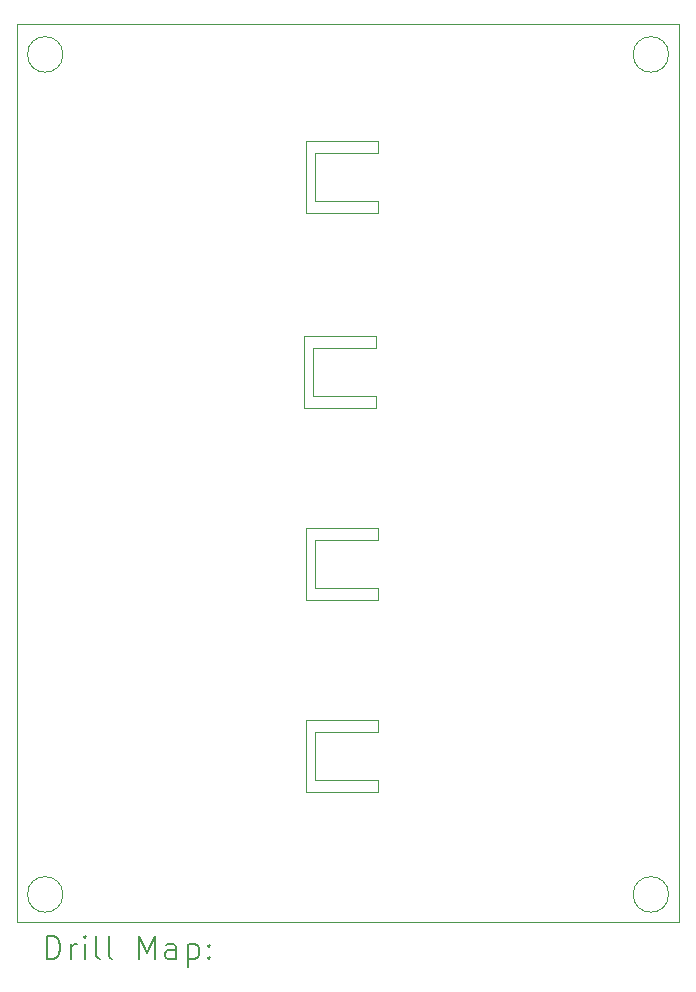
<source format=gbr>
%TF.GenerationSoftware,KiCad,Pcbnew,(6.0.7)*%
%TF.CreationDate,2023-01-17T21:26:49+03:00*%
%TF.ProjectId,4ChannelRelayModule,34436861-6e6e-4656-9c52-656c61794d6f,rev?*%
%TF.SameCoordinates,Original*%
%TF.FileFunction,Drillmap*%
%TF.FilePolarity,Positive*%
%FSLAX45Y45*%
G04 Gerber Fmt 4.5, Leading zero omitted, Abs format (unit mm)*
G04 Created by KiCad (PCBNEW (6.0.7)) date 2023-01-17 21:26:49*
%MOMM*%
%LPD*%
G01*
G04 APERTURE LIST*
%ADD10C,0.100000*%
%ADD11C,0.200000*%
G04 APERTURE END LIST*
D10*
X13093700Y-7994800D02*
X12560300Y-7994800D01*
X13106400Y-10839600D02*
X13106400Y-10738000D01*
X12484100Y-8096400D02*
X13093700Y-8096400D01*
X15652400Y-12445200D02*
X15652400Y-4845200D01*
X12560300Y-7994800D02*
X12560300Y-7588400D01*
X12573000Y-11246000D02*
X12573000Y-10839600D01*
X12496800Y-9722000D02*
X13106400Y-9722000D01*
X12496800Y-5835800D02*
X12496800Y-6445400D01*
X13106400Y-5835800D02*
X12496800Y-5835800D01*
X12560300Y-7588400D02*
X13093700Y-7588400D01*
X13106400Y-9722000D02*
X13106400Y-9620400D01*
X13093700Y-7486800D02*
X12484100Y-7486800D01*
X15652400Y-12445200D02*
X10052400Y-12445200D01*
X13106400Y-9620400D02*
X12573000Y-9620400D01*
X10439400Y-5099200D02*
G75*
G03*
X10439400Y-5099200I-150000J0D01*
G01*
X12496800Y-10738000D02*
X12496800Y-11347600D01*
X12573000Y-9214000D02*
X13106400Y-9214000D01*
X13106400Y-6445400D02*
X13106400Y-6343800D01*
X12573000Y-9620400D02*
X12573000Y-9214000D01*
X10052400Y-4845200D02*
X15652400Y-4845200D01*
X13106400Y-9112400D02*
X12496800Y-9112400D01*
X13106400Y-5937400D02*
X13106400Y-5835800D01*
X12573000Y-5937400D02*
X13106400Y-5937400D01*
X10052400Y-4845200D02*
X10052400Y-12445200D01*
X13093700Y-8096400D02*
X13093700Y-7994800D01*
X13106400Y-11246000D02*
X12573000Y-11246000D01*
X13106400Y-6343800D02*
X12573000Y-6343800D01*
X13106400Y-10738000D02*
X12496800Y-10738000D01*
X13106400Y-11347600D02*
X13106400Y-11246000D01*
X15567800Y-12211200D02*
G75*
G03*
X15567800Y-12211200I-150000J0D01*
G01*
X12496800Y-11347600D02*
X13106400Y-11347600D01*
X12496800Y-9112400D02*
X12496800Y-9722000D01*
X15567800Y-5099200D02*
G75*
G03*
X15567800Y-5099200I-150000J0D01*
G01*
X12573000Y-10839600D02*
X13106400Y-10839600D01*
X13093700Y-7588400D02*
X13093700Y-7486800D01*
X12573000Y-6343800D02*
X12573000Y-5937400D01*
X13106400Y-9214000D02*
X13106400Y-9112400D01*
X12496800Y-6445400D02*
X13106400Y-6445400D01*
X10439400Y-12211200D02*
G75*
G03*
X10439400Y-12211200I-150000J0D01*
G01*
X12484100Y-7486800D02*
X12484100Y-8096400D01*
D11*
X10305019Y-12760676D02*
X10305019Y-12560676D01*
X10352638Y-12560676D01*
X10381210Y-12570200D01*
X10400257Y-12589248D01*
X10409781Y-12608295D01*
X10419305Y-12646390D01*
X10419305Y-12674962D01*
X10409781Y-12713057D01*
X10400257Y-12732105D01*
X10381210Y-12751152D01*
X10352638Y-12760676D01*
X10305019Y-12760676D01*
X10505019Y-12760676D02*
X10505019Y-12627343D01*
X10505019Y-12665438D02*
X10514543Y-12646390D01*
X10524067Y-12636867D01*
X10543114Y-12627343D01*
X10562162Y-12627343D01*
X10628829Y-12760676D02*
X10628829Y-12627343D01*
X10628829Y-12560676D02*
X10619305Y-12570200D01*
X10628829Y-12579724D01*
X10638352Y-12570200D01*
X10628829Y-12560676D01*
X10628829Y-12579724D01*
X10752638Y-12760676D02*
X10733590Y-12751152D01*
X10724067Y-12732105D01*
X10724067Y-12560676D01*
X10857400Y-12760676D02*
X10838352Y-12751152D01*
X10828829Y-12732105D01*
X10828829Y-12560676D01*
X11085971Y-12760676D02*
X11085971Y-12560676D01*
X11152638Y-12703533D01*
X11219305Y-12560676D01*
X11219305Y-12760676D01*
X11400257Y-12760676D02*
X11400257Y-12655914D01*
X11390733Y-12636867D01*
X11371686Y-12627343D01*
X11333590Y-12627343D01*
X11314543Y-12636867D01*
X11400257Y-12751152D02*
X11381209Y-12760676D01*
X11333590Y-12760676D01*
X11314543Y-12751152D01*
X11305019Y-12732105D01*
X11305019Y-12713057D01*
X11314543Y-12694009D01*
X11333590Y-12684486D01*
X11381209Y-12684486D01*
X11400257Y-12674962D01*
X11495495Y-12627343D02*
X11495495Y-12827343D01*
X11495495Y-12636867D02*
X11514543Y-12627343D01*
X11552638Y-12627343D01*
X11571686Y-12636867D01*
X11581209Y-12646390D01*
X11590733Y-12665438D01*
X11590733Y-12722581D01*
X11581209Y-12741628D01*
X11571686Y-12751152D01*
X11552638Y-12760676D01*
X11514543Y-12760676D01*
X11495495Y-12751152D01*
X11676448Y-12741628D02*
X11685971Y-12751152D01*
X11676448Y-12760676D01*
X11666924Y-12751152D01*
X11676448Y-12741628D01*
X11676448Y-12760676D01*
X11676448Y-12636867D02*
X11685971Y-12646390D01*
X11676448Y-12655914D01*
X11666924Y-12646390D01*
X11676448Y-12636867D01*
X11676448Y-12655914D01*
M02*

</source>
